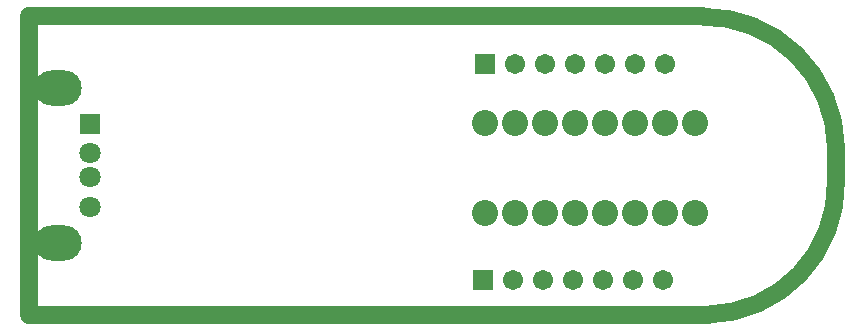
<source format=gbs>
G04 Layer_Color=16711935*
%FSLAX25Y25*%
%MOIN*%
G70*
G01*
G75*
%ADD14C,0.05905*%
%ADD53C,0.08674*%
%ADD54C,0.07099*%
%ADD55R,0.07099X0.07099*%
%ADD56O,0.15761X0.11824*%
%ADD57C,0.06706*%
%ADD58R,0.06706X0.06706*%
D14*
X565393Y424347D02*
G03*
X608163Y468961I-922J43691D01*
G01*
Y479974D02*
G03*
X563377Y523729I-44270J-515D01*
G01*
X339318Y424154D02*
X483271Y424346D01*
X483464Y424347D02*
X500271D01*
X608163Y468961D02*
Y479974D01*
X339318Y514307D02*
Y523729D01*
Y488307D02*
Y500807D01*
Y514307D01*
Y424154D02*
Y448307D01*
Y488307D01*
X500271Y424347D02*
X565394D01*
X339318Y523729D02*
X563378D01*
D53*
X491000Y458075D02*
D03*
Y488075D02*
D03*
X501000Y458075D02*
D03*
Y488075D02*
D03*
X511000Y458075D02*
D03*
Y488075D02*
D03*
X521000Y458075D02*
D03*
Y488075D02*
D03*
X531000Y458075D02*
D03*
Y488075D02*
D03*
X541000Y458075D02*
D03*
Y488075D02*
D03*
X551000Y458075D02*
D03*
Y488075D02*
D03*
X561000D02*
D03*
Y458075D02*
D03*
D54*
X359500Y470198D02*
D03*
Y460355D02*
D03*
Y478072D02*
D03*
D55*
Y487914D02*
D03*
D56*
X348831Y448269D02*
D03*
Y500001D02*
D03*
D57*
X550500Y436000D02*
D03*
X540500D02*
D03*
X530500D02*
D03*
X520500D02*
D03*
X500500D02*
D03*
X510500D02*
D03*
X551000Y508000D02*
D03*
X541000D02*
D03*
X531000D02*
D03*
X521000D02*
D03*
X501000D02*
D03*
X511000D02*
D03*
D58*
X490500Y436000D02*
D03*
X491000Y508000D02*
D03*
M02*

</source>
